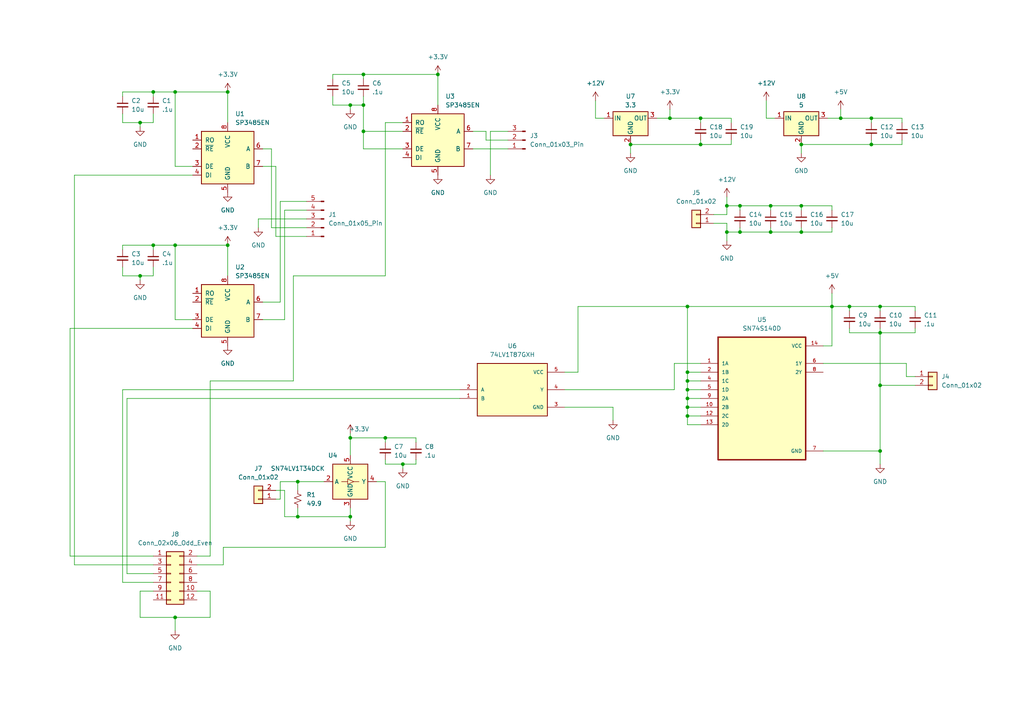
<source format=kicad_sch>
(kicad_sch (version 20230121) (generator eeschema)
  (paper "A4")
  (lib_symbols
    (symbol "74LV1T87GXH:74LV1T87GXH" (pin_names (offset 1.016))
      (property "Reference" "U" (at -10.16 8.382 0))
      (property "Value" "74LV1T87GXH" (at -10.16 -10.16 0))
      (symbol "74LV1T87GXH_0_0"
        (rectangle (start -10.16 -7.62) (end 10.16 7.62) (stroke (width 0.254)) (fill (type background)))
        (pin input line (at -15.24 -2.54 0) (length 5.08) (name "B") (number "1"))
        (pin input line (at -15.24 0 0) (length 5.08) (name "A") (number "2"))
        (pin power_in line (at 15.24 -5.08 180) (length 5.08) (name "GND") (number "3"))
        (pin output line (at 15.24 0 180) (length 5.08) (name "Y") (number "4"))
        (pin power_in line (at 15.24 5.08 180) (length 5.08) (name "VCC") (number "5"))
      )
    )
    (symbol "Connector:Conn_01x03_Pin" (pin_names (offset 1.016) hide)
      (property "Reference" "J" (at 0 5.08 0))
      (property "Value" "Conn_01x03_Pin" (at 0 -5.08 0))
      (symbol "Conn_01x03_Pin_1_1"
        (polyline (pts (xy 1.27 -2.54) (xy 0.8636 -2.54)) (stroke (width 0.1524)))
        (polyline (pts (xy 1.27 0) (xy 0.8636 0)) (stroke (width 0.1524)))
        (polyline (pts (xy 1.27 2.54) (xy 0.8636 2.54)) (stroke (width 0.1524)))
        (rectangle (start 0.8636 -2.413) (end 0 -2.667) (stroke (width 0.1524)) (fill (type outline)))
        (rectangle (start 0.8636 0.127) (end 0 -0.127) (stroke (width 0.1524)) (fill (type outline)))
        (rectangle (start 0.8636 2.667) (end 0 2.413) (stroke (width 0.1524)) (fill (type outline)))
        (pin passive line (at 5.08 2.54 180) (length 3.81) (name "Pin_1") (number "1"))
        (pin passive line (at 5.08 0 180) (length 3.81) (name "Pin_2") (number "2"))
        (pin passive line (at 5.08 -2.54 180) (length 3.81) (name "Pin_3") (number "3"))
      )
    )
    (symbol "Connector:Conn_01x05_Pin" (pin_names (offset 1.016) hide)
      (property "Reference" "J" (at 0 7.62 0))
      (property "Value" "Conn_01x05_Pin" (at 0 -7.62 0))
      (symbol "Conn_01x05_Pin_1_1"
        (polyline (pts (xy 1.27 -5.08) (xy 0.8636 -5.08)) (stroke (width 0.1524)))
        (polyline (pts (xy 1.27 -2.54) (xy 0.8636 -2.54)) (stroke (width 0.1524)))
        (polyline (pts (xy 1.27 0) (xy 0.8636 0)) (stroke (width 0.1524)))
        (polyline (pts (xy 1.27 2.54) (xy 0.8636 2.54)) (stroke (width 0.1524)))
        (polyline (pts (xy 1.27 5.08) (xy 0.8636 5.08)) (stroke (width 0.1524)))
        (rectangle (start 0.8636 -4.953) (end 0 -5.207) (stroke (width 0.1524)) (fill (type outline)))
        (rectangle (start 0.8636 -2.413) (end 0 -2.667) (stroke (width 0.1524)) (fill (type outline)))
        (rectangle (start 0.8636 0.127) (end 0 -0.127) (stroke (width 0.1524)) (fill (type outline)))
        (rectangle (start 0.8636 2.667) (end 0 2.413) (stroke (width 0.1524)) (fill (type outline)))
        (rectangle (start 0.8636 5.207) (end 0 4.953) (stroke (width 0.1524)) (fill (type outline)))
        (pin passive line (at 5.08 5.08 180) (length 3.81) (name "Pin_1") (number "1"))
        (pin passive line (at 5.08 2.54 180) (length 3.81) (name "Pin_2") (number "2"))
        (pin passive line (at 5.08 0 180) (length 3.81) (name "Pin_3") (number "3"))
        (pin passive line (at 5.08 -2.54 180) (length 3.81) (name "Pin_4") (number "4"))
        (pin passive line (at 5.08 -5.08 180) (length 3.81) (name "Pin_5") (number "5"))
      )
    )
    (symbol "Connector_Generic:Conn_01x02" (pin_names (offset 1.016) hide)
      (property "Reference" "J" (at 0 2.54 0))
      (property "Value" "Conn_01x02" (at 0 -5.08 0))
      (symbol "Conn_01x02_1_1"
        (rectangle (start -1.27 -2.413) (end 0 -2.667) (stroke (width 0.1524)))
        (rectangle (start -1.27 0.127) (end 0 -0.127) (stroke (width 0.1524)))
        (rectangle (start -1.27 1.27) (end 1.27 -3.81) (stroke (width 0.254)) (fill (type background)))
        (pin passive line (at -5.08 0 0) (length 3.81) (name "Pin_1") (number "1"))
        (pin passive line (at -5.08 -2.54 0) (length 3.81) (name "Pin_2") (number "2"))
      )
    )
    (symbol "Connector_Generic:Conn_02x06_Odd_Even" (pin_names (offset 1.016) hide)
      (property "Reference" "J" (at 1.27 7.62 0))
      (property "Value" "Conn_02x06_Odd_Even" (at 1.27 -10.16 0))
      (symbol "Conn_02x06_Odd_Even_1_1"
        (rectangle (start -1.27 -7.493) (end 0 -7.747) (stroke (width 0.1524)))
        (rectangle (start -1.27 -4.953) (end 0 -5.207) (stroke (width 0.1524)))
        (rectangle (start -1.27 -2.413) (end 0 -2.667) (stroke (width 0.1524)))
        (rectangle (start -1.27 0.127) (end 0 -0.127) (stroke (width 0.1524)))
        (rectangle (start -1.27 2.667) (end 0 2.413) (stroke (width 0.1524)))
        (rectangle (start -1.27 5.207) (end 0 4.953) (stroke (width 0.1524)))
        (rectangle (start -1.27 6.35) (end 3.81 -8.89) (stroke (width 0.254)) (fill (type background)))
        (rectangle (start 3.81 -7.493) (end 2.54 -7.747) (stroke (width 0.1524)))
        (rectangle (start 3.81 -4.953) (end 2.54 -5.207) (stroke (width 0.1524)))
        (rectangle (start 3.81 -2.413) (end 2.54 -2.667) (stroke (width 0.1524)))
        (rectangle (start 3.81 0.127) (end 2.54 -0.127) (stroke (width 0.1524)))
        (rectangle (start 3.81 2.667) (end 2.54 2.413) (stroke (width 0.1524)))
        (rectangle (start 3.81 5.207) (end 2.54 4.953) (stroke (width 0.1524)))
        (pin passive line (at -5.08 5.08 0) (length 3.81) (name "Pin_1") (number "1"))
        (pin passive line (at 7.62 -5.08 180) (length 3.81) (name "Pin_10") (number "10"))
        (pin passive line (at -5.08 -7.62 0) (length 3.81) (name "Pin_11") (number "11"))
        (pin passive line (at 7.62 -7.62 180) (length 3.81) (name "Pin_12") (number "12"))
        (pin passive line (at 7.62 5.08 180) (length 3.81) (name "Pin_2") (number "2"))
        (pin passive line (at -5.08 2.54 0) (length 3.81) (name "Pin_3") (number "3"))
        (pin passive line (at 7.62 2.54 180) (length 3.81) (name "Pin_4") (number "4"))
        (pin passive line (at -5.08 0 0) (length 3.81) (name "Pin_5") (number "5"))
        (pin passive line (at 7.62 0 180) (length 3.81) (name "Pin_6") (number "6"))
        (pin passive line (at -5.08 -2.54 0) (length 3.81) (name "Pin_7") (number "7"))
        (pin passive line (at 7.62 -2.54 180) (length 3.81) (name "Pin_8") (number "8"))
        (pin passive line (at -5.08 -5.08 0) (length 3.81) (name "Pin_9") (number "9"))
      )
    )
    (symbol "Device:C_Small" (pin_numbers hide) (pin_names (offset 0.254) hide)
      (property "Reference" "C" (at 0.254 1.778 0))
      (property "Value" "C_Small" (at 0.254 -2.032 0))
      (symbol "C_Small_0_1"
        (polyline (pts (xy -1.524 -0.508) (xy 1.524 -0.508)) (stroke (width 0.3302)))
        (polyline (pts (xy -1.524 0.508) (xy 1.524 0.508)) (stroke (width 0.3048)))
      )
      (symbol "C_Small_1_1"
        (pin passive line (at 0 2.54 270) (length 2.032) (name "~") (number "1"))
        (pin passive line (at 0 -2.54 90) (length 2.032) (name "~") (number "2"))
      )
    )
    (symbol "Device:R_Small_US" (pin_numbers hide) (pin_names (offset 0.254) hide)
      (property "Reference" "R" (at 0.762 0.508 0))
      (property "Value" "R_Small_US" (at 0.762 -1.016 0))
      (symbol "R_Small_US_1_1"
        (polyline (pts (xy 0 0) (xy 1.016 -0.381) (xy 0 -0.762) (xy -1.016 -1.143) (xy 0 -1.524)))
        (polyline (pts (xy 0 1.524) (xy 1.016 1.143) (xy 0 0.762) (xy -1.016 0.381) (xy 0 0)))
        (pin passive line (at 0 2.54 270) (length 1.016) (name "~") (number "1"))
        (pin passive line (at 0 -2.54 90) (length 1.016) (name "~") (number "2"))
      )
    )
    (symbol "Interface_UART:SP3485EN" (pin_names (offset 1.016))
      (property "Reference" "U" (at -7.62 8.89 0))
      (property "Value" "SP3485EN" (at 2.54 8.89 0))
      (symbol "SP3485EN_0_1"
        (rectangle (start -7.62 7.62) (end 7.62 -7.62) (stroke (width 0.254)) (fill (type background)))
      )
      (symbol "SP3485EN_1_1"
        (pin output line (at -10.16 5.08 0) (length 2.54) (name "RO") (number "1"))
        (pin input line (at -10.16 2.54 0) (length 2.54) (name "~{RE}") (number "2"))
        (pin input line (at -10.16 -2.54 0) (length 2.54) (name "DE") (number "3"))
        (pin input line (at -10.16 -5.08 0) (length 2.54) (name "DI") (number "4"))
        (pin power_in line (at 0 -10.16 90) (length 2.54) (name "GND") (number "5"))
        (pin bidirectional line (at 10.16 2.54 180) (length 2.54) (name "A") (number "6"))
        (pin bidirectional line (at 10.16 -2.54 180) (length 2.54) (name "B") (number "7"))
        (pin power_in line (at 0 10.16 270) (length 2.54) (name "VCC") (number "8"))
      )
    )
    (symbol "Logic_LevelTranslator:SN74LV1T34DCK"
      (property "Reference" "U" (at 5.08 6.35 0))
      (property "Value" "SN74LV1T34DCK" (at 5.08 3.81 0))
      (symbol "SN74LV1T34DCK_0_1"
        (rectangle (start -5.08 5.08) (end 5.08 -5.08) (stroke (width 0.254)) (fill (type background)))
        (polyline (pts (xy -0.762 0) (xy -2.54 0)))
        (polyline (pts (xy 1.016 0) (xy 2.54 0)))
      )
      (symbol "SN74LV1T34DCK_1_1"
        (polyline (pts (xy -0.762 -0.762) (xy -0.762 0.762) (xy 1.016 0) (xy -0.762 -0.762)))
        (pin no_connect line (at -5.08 2.54 0) (length 2.54) hide (name "NC") (number "1"))
        (pin input line (at -7.62 0 0) (length 2.54) (name "A") (number "2"))
        (pin power_in line (at 0 -7.62 90) (length 2.54) (name "GND") (number "3"))
        (pin output line (at 7.62 0 180) (length 2.54) (name "Y") (number "4"))
        (pin power_in line (at 0 7.62 270) (length 2.54) (name "VCC") (number "5"))
      )
    )
    (symbol "Regulator_Linear:L7805" (pin_names (offset 0.254))
      (property "Reference" "U" (at -3.81 3.175 0))
      (property "Value" "L7805" (at 0 3.175 0))
      (symbol "L7805_0_1"
        (rectangle (start -5.08 1.905) (end 5.08 -5.08) (stroke (width 0.254)) (fill (type background)))
      )
      (symbol "L7805_1_1"
        (pin power_in line (at -7.62 0 0) (length 2.54) (name "IN") (number "1"))
        (pin power_in line (at 0 -7.62 90) (length 2.54) (name "GND") (number "2"))
        (pin power_out line (at 7.62 0 180) (length 2.54) (name "OUT") (number "3"))
      )
    )
    (symbol "SN74S140D:SN74S140D" (pin_names (offset 1.016))
      (property "Reference" "U" (at -12.7 18.78 0))
      (property "Value" "SN74S140D" (at -12.7 -21.78 0))
      (symbol "SN74S140D_0_0"
        (rectangle (start -12.7 -17.78) (end 12.7 17.78) (stroke (width 0.41)) (fill (type background)))
        (pin input line (at -17.78 10.16 0) (length 5.08) (name "1A") (number "1"))
        (pin input line (at -17.78 -2.54 0) (length 5.08) (name "2B") (number "10"))
        (pin input line (at -17.78 -5.08 0) (length 5.08) (name "2C") (number "12"))
        (pin input line (at -17.78 -7.62 0) (length 5.08) (name "2D") (number "13"))
        (pin power_in line (at 17.78 15.24 180) (length 5.08) (name "VCC") (number "14"))
        (pin input line (at -17.78 7.62 0) (length 5.08) (name "1B") (number "2"))
        (pin input line (at -17.78 5.08 0) (length 5.08) (name "1C") (number "4"))
        (pin input line (at -17.78 2.54 0) (length 5.08) (name "1D") (number "5"))
        (pin output line (at 17.78 10.16 180) (length 5.08) (name "1Y") (number "6"))
        (pin power_in line (at 17.78 -15.24 180) (length 5.08) (name "GND") (number "7"))
        (pin output line (at 17.78 7.62 180) (length 5.08) (name "2Y") (number "8"))
        (pin input line (at -17.78 0 0) (length 5.08) (name "2A") (number "9"))
      )
    )
    (symbol "power:+12V" (power) (pin_names (offset 0))
      (property "Value" "+12V" (at 0 3.556 0))
      (symbol "+12V_0_1"
        (polyline (pts (xy -0.762 1.27) (xy 0 2.54)))
        (polyline (pts (xy 0 0) (xy 0 2.54)))
        (polyline (pts (xy 0 2.54) (xy 0.762 1.27)))
      )
      (symbol "+12V_1_1"
        (pin power_in line (at 0 0 90) (length 0) hide (name "+12V") (number "1"))
      )
    )
    (symbol "power:+3.3V" (power) (pin_names (offset 0))
      (property "Value" "+3.3V" (at 0 3.556 0))
      (symbol "+3.3V_0_1"
        (polyline (pts (xy -0.762 1.27) (xy 0 2.54)))
        (polyline (pts (xy 0 0) (xy 0 2.54)))
        (polyline (pts (xy 0 2.54) (xy 0.762 1.27)))
      )
      (symbol "+3.3V_1_1"
        (pin power_in line (at 0 0 90) (length 0) hide (name "+3.3V") (number "1"))
      )
    )
    (symbol "power:+5V" (power) (pin_names (offset 0))
      (property "Value" "+5V" (at 0 3.556 0))
      (symbol "+5V_0_1"
        (polyline (pts (xy -0.762 1.27) (xy 0 2.54)))
        (polyline (pts (xy 0 0) (xy 0 2.54)))
        (polyline (pts (xy 0 2.54) (xy 0.762 1.27)))
      )
      (symbol "+5V_1_1"
        (pin power_in line (at 0 0 90) (length 0) hide (name "+5V") (number "1"))
      )
    )
    (symbol "power:GND" (power) (pin_names (offset 0))
      (property "Value" "GND" (at 0 -3.81 0))
      (symbol "GND_0_1"
        (polyline (pts (xy 0 0) (xy 0 -1.27) (xy 1.27 -1.27) (xy 0 -2.54) (xy -1.27 -1.27) (xy 0 -1.27)))
      )
      (symbol "GND_1_1"
        (pin power_in line (at 0 0 270) (length 0) hide (name "GND") (number "1"))
      )
    )
  )
  (junction (at 203.2 34.29))
  (junction (at 223.52 67.31))
  (junction (at 232.41 41.91))
  (junction (at 44.45 71.12))
  (junction (at 101.6 127))
  (junction (at 66.04 26.67))
  (junction (at 194.31 34.29))
  (junction (at 199.39 88.9))
  (junction (at 199.39 107.95))
  (junction (at 182.88 41.91))
  (junction (at 50.8 71.12))
  (junction (at 210.82 67.31))
  (junction (at 203.2 41.91))
  (junction (at 111.76 127))
  (junction (at 252.73 41.91))
  (junction (at 214.63 59.69))
  (junction (at 127 21.59))
  (junction (at 210.82 59.69))
  (junction (at 255.27 130.81))
  (junction (at 252.73 34.29))
  (junction (at 116.84 134.62))
  (junction (at 105.41 21.59))
  (junction (at 232.41 67.31))
  (junction (at 214.63 67.31))
  (junction (at 86.36 149.86))
  (junction (at 199.39 113.03))
  (junction (at 255.27 111.76))
  (junction (at 101.6 149.86))
  (junction (at 105.41 30.48))
  (junction (at 40.64 80.01))
  (junction (at 44.45 26.67))
  (junction (at 40.64 35.56))
  (junction (at 199.39 120.65))
  (junction (at 255.27 88.9))
  (junction (at 101.6 30.48))
  (junction (at 223.52 59.69))
  (junction (at 246.38 88.9))
  (junction (at 199.39 110.49))
  (junction (at 199.39 115.57))
  (junction (at 255.27 96.52))
  (junction (at 199.39 118.11))
  (junction (at 86.36 139.7))
  (junction (at 241.3 88.9))
  (junction (at 105.41 38.1))
  (junction (at 66.04 71.12))
  (junction (at 50.8 179.07))
  (junction (at 243.84 34.29))
  (junction (at 232.41 59.69))
  (junction (at 50.8 26.67))
  (wire (pts (xy 50.8 92.71) (xy 50.8 71.12)))
  (wire (pts (xy 195.58 105.41) (xy 203.2 105.41)))
  (wire (pts (xy 101.6 149.86) (xy 101.6 151.13)))
  (wire (pts (xy 255.27 95.25) (xy 255.27 96.52)))
  (wire (pts (xy 60.96 179.07) (xy 50.8 179.07)))
  (wire (pts (xy 76.2 87.63) (xy 81.28 87.63)))
  (wire (pts (xy 241.3 88.9) (xy 246.38 88.9)))
  (wire (pts (xy 261.62 35.56) (xy 261.62 34.29)))
  (wire (pts (xy 214.63 59.69) (xy 214.63 60.96)))
  (wire (pts (xy 116.84 43.18) (xy 105.41 43.18)))
  (wire (pts (xy 40.64 179.07) (xy 50.8 179.07)))
  (wire (pts (xy 199.39 120.65) (xy 199.39 118.11)))
  (wire (pts (xy 203.2 123.19) (xy 199.39 123.19)))
  (wire (pts (xy 96.52 22.86) (xy 96.52 21.59)))
  (wire (pts (xy 199.39 107.95) (xy 199.39 88.9)))
  (wire (pts (xy 210.82 62.23) (xy 210.82 59.69)))
  (wire (pts (xy 199.39 107.95) (xy 203.2 107.95)))
  (wire (pts (xy 86.36 149.86) (xy 101.6 149.86)))
  (wire (pts (xy 78.74 43.18) (xy 78.74 66.04)))
  (wire (pts (xy 133.35 113.03) (xy 35.56 113.03)))
  (wire (pts (xy 116.84 134.62) (xy 116.84 135.89)))
  (wire (pts (xy 80.01 48.26) (xy 80.01 68.58)))
  (wire (pts (xy 76.2 48.26) (xy 80.01 48.26)))
  (wire (pts (xy 111.76 133.35) (xy 111.76 134.62)))
  (wire (pts (xy 44.45 166.37) (xy 36.83 166.37)))
  (wire (pts (xy 210.82 67.31) (xy 214.63 67.31)))
  (wire (pts (xy 88.9 63.5) (xy 74.93 63.5)))
  (wire (pts (xy 81.28 144.78) (xy 81.28 139.7)))
  (wire (pts (xy 21.59 50.8) (xy 21.59 163.83)))
  (wire (pts (xy 163.83 107.95) (xy 167.64 107.95)))
  (wire (pts (xy 40.64 35.56) (xy 40.64 36.83)))
  (wire (pts (xy 35.56 35.56) (xy 35.56 33.02)))
  (wire (pts (xy 44.45 77.47) (xy 44.45 80.01)))
  (wire (pts (xy 199.39 118.11) (xy 199.39 115.57)))
  (wire (pts (xy 172.72 29.21) (xy 172.72 34.29)))
  (wire (pts (xy 252.73 34.29) (xy 261.62 34.29)))
  (wire (pts (xy 44.45 72.39) (xy 44.45 71.12)))
  (wire (pts (xy 96.52 30.48) (xy 96.52 27.94)))
  (wire (pts (xy 35.56 27.94) (xy 35.56 26.67)))
  (wire (pts (xy 241.3 60.96) (xy 241.3 59.69)))
  (wire (pts (xy 142.24 38.1) (xy 147.32 38.1)))
  (wire (pts (xy 20.32 95.25) (xy 20.32 161.29)))
  (wire (pts (xy 212.09 40.64) (xy 212.09 41.91)))
  (wire (pts (xy 199.39 113.03) (xy 199.39 110.49)))
  (wire (pts (xy 203.2 115.57) (xy 199.39 115.57)))
  (wire (pts (xy 105.41 27.94) (xy 105.41 30.48)))
  (wire (pts (xy 86.36 147.32) (xy 86.36 149.86)))
  (wire (pts (xy 243.84 34.29) (xy 243.84 31.75)))
  (wire (pts (xy 44.45 27.94) (xy 44.45 26.67)))
  (wire (pts (xy 82.55 142.24) (xy 82.55 149.86)))
  (wire (pts (xy 44.45 26.67) (xy 50.8 26.67)))
  (wire (pts (xy 101.6 30.48) (xy 101.6 31.75)))
  (wire (pts (xy 76.2 43.18) (xy 78.74 43.18)))
  (wire (pts (xy 101.6 127) (xy 101.6 132.08)))
  (wire (pts (xy 57.15 171.45) (xy 60.96 171.45)))
  (wire (pts (xy 137.16 43.18) (xy 147.32 43.18)))
  (wire (pts (xy 85.09 110.49) (xy 60.96 110.49)))
  (wire (pts (xy 111.76 127) (xy 111.76 128.27)))
  (wire (pts (xy 199.39 115.57) (xy 199.39 113.03)))
  (wire (pts (xy 240.03 34.29) (xy 243.84 34.29)))
  (wire (pts (xy 66.04 71.12) (xy 66.04 80.01)))
  (wire (pts (xy 109.22 139.7) (xy 111.76 139.7)))
  (wire (pts (xy 194.31 34.29) (xy 203.2 34.29)))
  (wire (pts (xy 182.88 41.91) (xy 203.2 41.91)))
  (wire (pts (xy 40.64 80.01) (xy 40.64 81.28)))
  (wire (pts (xy 44.45 80.01) (xy 40.64 80.01)))
  (wire (pts (xy 199.39 88.9) (xy 241.3 88.9)))
  (wire (pts (xy 177.8 118.11) (xy 163.83 118.11)))
  (wire (pts (xy 255.27 96.52) (xy 265.43 96.52)))
  (wire (pts (xy 223.52 59.69) (xy 223.52 60.96)))
  (wire (pts (xy 35.56 72.39) (xy 35.56 71.12)))
  (wire (pts (xy 111.76 134.62) (xy 116.84 134.62)))
  (wire (pts (xy 74.93 63.5) (xy 74.93 66.04)))
  (wire (pts (xy 80.01 142.24) (xy 82.55 142.24)))
  (wire (pts (xy 232.41 41.91) (xy 252.73 41.91)))
  (wire (pts (xy 101.6 125.73) (xy 101.6 127)))
  (wire (pts (xy 140.97 38.1) (xy 137.16 38.1)))
  (wire (pts (xy 265.43 88.9) (xy 265.43 90.17)))
  (wire (pts (xy 85.09 80.01) (xy 111.76 80.01)))
  (wire (pts (xy 55.88 50.8) (xy 21.59 50.8)))
  (wire (pts (xy 101.6 147.32) (xy 101.6 149.86)))
  (wire (pts (xy 212.09 35.56) (xy 212.09 34.29)))
  (wire (pts (xy 111.76 35.56) (xy 111.76 80.01)))
  (wire (pts (xy 214.63 67.31) (xy 223.52 67.31)))
  (wire (pts (xy 81.28 139.7) (xy 86.36 139.7)))
  (wire (pts (xy 96.52 21.59) (xy 105.41 21.59)))
  (wire (pts (xy 261.62 40.64) (xy 261.62 41.91)))
  (wire (pts (xy 40.64 35.56) (xy 35.56 35.56)))
  (wire (pts (xy 120.65 127) (xy 120.65 128.27)))
  (wire (pts (xy 199.39 110.49) (xy 199.39 107.95)))
  (wire (pts (xy 246.38 88.9) (xy 246.38 90.17)))
  (wire (pts (xy 50.8 48.26) (xy 50.8 26.67)))
  (wire (pts (xy 40.64 171.45) (xy 40.64 179.07)))
  (wire (pts (xy 64.77 163.83) (xy 64.77 158.75)))
  (wire (pts (xy 105.41 38.1) (xy 105.41 30.48)))
  (wire (pts (xy 241.3 66.04) (xy 241.3 67.31)))
  (wire (pts (xy 190.5 34.29) (xy 194.31 34.29)))
  (wire (pts (xy 86.36 139.7) (xy 93.98 139.7)))
  (wire (pts (xy 50.8 26.67) (xy 66.04 26.67)))
  (wire (pts (xy 203.2 120.65) (xy 199.39 120.65)))
  (wire (pts (xy 255.27 111.76) (xy 255.27 130.81)))
  (wire (pts (xy 163.83 113.03) (xy 195.58 113.03)))
  (wire (pts (xy 223.52 67.31) (xy 232.41 67.31)))
  (wire (pts (xy 262.89 109.22) (xy 265.43 109.22)))
  (wire (pts (xy 127 21.59) (xy 127 30.48)))
  (wire (pts (xy 210.82 67.31) (xy 210.82 69.85)))
  (wire (pts (xy 80.01 68.58) (xy 88.9 68.58)))
  (wire (pts (xy 182.88 41.91) (xy 182.88 44.45)))
  (wire (pts (xy 238.76 130.81) (xy 255.27 130.81)))
  (wire (pts (xy 36.83 115.57) (xy 36.83 166.37)))
  (wire (pts (xy 50.8 71.12) (xy 66.04 71.12)))
  (wire (pts (xy 35.56 71.12) (xy 44.45 71.12)))
  (wire (pts (xy 222.25 34.29) (xy 224.79 34.29)))
  (wire (pts (xy 255.27 130.81) (xy 255.27 134.62)))
  (wire (pts (xy 85.09 80.01) (xy 85.09 110.49)))
  (wire (pts (xy 44.45 35.56) (xy 40.64 35.56)))
  (wire (pts (xy 241.3 88.9) (xy 241.3 85.09)))
  (wire (pts (xy 82.55 149.86) (xy 86.36 149.86)))
  (wire (pts (xy 246.38 88.9) (xy 255.27 88.9)))
  (wire (pts (xy 255.27 111.76) (xy 265.43 111.76)))
  (wire (pts (xy 232.41 59.69) (xy 232.41 60.96)))
  (wire (pts (xy 116.84 35.56) (xy 111.76 35.56)))
  (wire (pts (xy 142.24 50.8) (xy 142.24 38.1)))
  (wire (pts (xy 64.77 158.75) (xy 111.76 158.75)))
  (wire (pts (xy 214.63 59.69) (xy 223.52 59.69)))
  (wire (pts (xy 223.52 59.69) (xy 232.41 59.69)))
  (wire (pts (xy 194.31 31.75) (xy 194.31 34.29)))
  (wire (pts (xy 101.6 30.48) (xy 96.52 30.48)))
  (wire (pts (xy 265.43 96.52) (xy 265.43 95.25)))
  (wire (pts (xy 44.45 168.91) (xy 35.56 168.91)))
  (wire (pts (xy 55.88 95.25) (xy 20.32 95.25)))
  (wire (pts (xy 232.41 41.91) (xy 232.41 44.45)))
  (wire (pts (xy 243.84 34.29) (xy 252.73 34.29)))
  (wire (pts (xy 140.97 40.64) (xy 147.32 40.64)))
  (wire (pts (xy 232.41 66.04) (xy 232.41 67.31)))
  (wire (pts (xy 111.76 127) (xy 120.65 127)))
  (wire (pts (xy 214.63 66.04) (xy 214.63 67.31)))
  (wire (pts (xy 76.2 92.71) (xy 82.55 92.71)))
  (wire (pts (xy 44.45 71.12) (xy 50.8 71.12)))
  (wire (pts (xy 36.83 115.57) (xy 133.35 115.57)))
  (wire (pts (xy 120.65 133.35) (xy 120.65 134.62)))
  (wire (pts (xy 40.64 80.01) (xy 35.56 80.01)))
  (wire (pts (xy 50.8 179.07) (xy 50.8 182.88)))
  (wire (pts (xy 207.01 62.23) (xy 210.82 62.23)))
  (wire (pts (xy 203.2 34.29) (xy 212.09 34.29)))
  (wire (pts (xy 232.41 67.31) (xy 241.3 67.31)))
  (wire (pts (xy 246.38 95.25) (xy 246.38 96.52)))
  (wire (pts (xy 66.04 26.67) (xy 66.04 35.56)))
  (wire (pts (xy 167.64 88.9) (xy 199.39 88.9)))
  (wire (pts (xy 210.82 64.77) (xy 210.82 67.31)))
  (wire (pts (xy 105.41 43.18) (xy 105.41 38.1)))
  (wire (pts (xy 203.2 113.03) (xy 199.39 113.03)))
  (wire (pts (xy 255.27 88.9) (xy 255.27 90.17)))
  (wire (pts (xy 203.2 41.91) (xy 212.09 41.91)))
  (wire (pts (xy 55.88 92.71) (xy 50.8 92.71)))
  (wire (pts (xy 238.76 105.41) (xy 262.89 105.41)))
  (wire (pts (xy 105.41 38.1) (xy 116.84 38.1)))
  (wire (pts (xy 207.01 64.77) (xy 210.82 64.77)))
  (wire (pts (xy 252.73 34.29) (xy 252.73 35.56)))
  (wire (pts (xy 172.72 34.29) (xy 175.26 34.29)))
  (wire (pts (xy 177.8 118.11) (xy 177.8 121.92)))
  (wire (pts (xy 81.28 58.42) (xy 88.9 58.42)))
  (wire (pts (xy 255.27 96.52) (xy 255.27 111.76)))
  (wire (pts (xy 238.76 100.33) (xy 241.3 100.33)))
  (wire (pts (xy 210.82 59.69) (xy 214.63 59.69)))
  (wire (pts (xy 44.45 171.45) (xy 40.64 171.45)))
  (wire (pts (xy 55.88 48.26) (xy 50.8 48.26)))
  (wire (pts (xy 60.96 110.49) (xy 60.96 161.29)))
  (wire (pts (xy 82.55 60.96) (xy 88.9 60.96)))
  (wire (pts (xy 57.15 163.83) (xy 64.77 163.83)))
  (wire (pts (xy 60.96 171.45) (xy 60.96 179.07)))
  (wire (pts (xy 203.2 34.29) (xy 203.2 35.56)))
  (wire (pts (xy 116.84 134.62) (xy 120.65 134.62)))
  (wire (pts (xy 78.74 66.04) (xy 88.9 66.04)))
  (wire (pts (xy 262.89 105.41) (xy 262.89 109.22)))
  (wire (pts (xy 21.59 163.83) (xy 44.45 163.83)))
  (wire (pts (xy 105.41 30.48) (xy 101.6 30.48)))
  (wire (pts (xy 20.32 161.29) (xy 44.45 161.29)))
  (wire (pts (xy 223.52 66.04) (xy 223.52 67.31)))
  (wire (pts (xy 203.2 40.64) (xy 203.2 41.91)))
  (wire (pts (xy 246.38 96.52) (xy 255.27 96.52)))
  (wire (pts (xy 81.28 58.42) (xy 81.28 87.63)))
  (wire (pts (xy 199.39 123.19) (xy 199.39 120.65)))
  (wire (pts (xy 255.27 88.9) (xy 265.43 88.9)))
  (wire (pts (xy 60.96 161.29) (xy 57.15 161.29)))
  (wire (pts (xy 241.3 88.9) (xy 241.3 100.33)))
  (wire (pts (xy 252.73 40.64) (xy 252.73 41.91)))
  (wire (pts (xy 167.64 107.95) (xy 167.64 88.9)))
  (wire (pts (xy 44.45 33.02) (xy 44.45 35.56)))
  (wire (pts (xy 105.41 22.86) (xy 105.41 21.59)))
  (wire (pts (xy 111.76 139.7) (xy 111.76 158.75)))
  (wire (pts (xy 232.41 59.69) (xy 241.3 59.69)))
  (wire (pts (xy 140.97 38.1) (xy 140.97 40.64)))
  (wire (pts (xy 82.55 92.71) (xy 82.55 60.96)))
  (wire (pts (xy 101.6 127) (xy 111.76 127)))
  (wire (pts (xy 252.73 41.91) (xy 261.62 41.91)))
  (wire (pts (xy 203.2 110.49) (xy 199.39 110.49)))
  (wire (pts (xy 80.01 144.78) (xy 81.28 144.78)))
  (wire (pts (xy 105.41 21.59) (xy 127 21.59)))
  (wire (pts (xy 195.58 113.03) (xy 195.58 105.41)))
  (wire (pts (xy 210.82 59.69) (xy 210.82 57.15)))
  (wire (pts (xy 203.2 118.11) (xy 199.39 118.11)))
  (wire (pts (xy 35.56 80.01) (xy 35.56 77.47)))
  (wire (pts (xy 222.25 29.21) (xy 222.25 34.29)))
  (wire (pts (xy 35.56 26.67) (xy 44.45 26.67)))
  (wire (pts (xy 86.36 142.24) (xy 86.36 139.7)))
  (wire (pts (xy 35.56 113.03) (xy 35.56 168.91)))
  (symbol (lib_id "Device:C_Small") (at 261.62 38.1 0) (unit 1)
    (property "Reference" "C13" (at 264.16 36.8363 0) (effects (justify left)))
    (property "Value" "10u" (at 264.16 39.3763 0) (effects (justify left)))
    (property "Footprint" "Capacitor_SMD:C_0805_2012Metric_Pad1.18x1.45mm_HandSolder" (effects hide))
  )
  (symbol (lib_id "Connector_Generic:Conn_02x06_Odd_Even") (at 49.53 166.37 0) (unit 1)
    (property "Reference" "J8" (at 50.8 154.94 0))
    (property "Value" "Conn_02x06_Odd_Even" (at 50.8 157.48 0))
    (property "Footprint" "Connector_PinHeader_2.54mm:PinHeader_2x06_P2.54mm_Vertical" (effects hide))
  )
  (symbol (lib_id "power:GND") (at 182.88 44.45 0) (unit 1)
    (property "Reference" "#PWR019" (effects hide))
    (property "Value" "GND" (at 182.88 49.53 0))
  )
  (symbol (lib_id "Device:C_Small") (at 111.76 130.81 0) (unit 1)
    (property "Reference" "C7" (at 114.3 129.5463 0) (effects (justify left)))
    (property "Value" "10u" (at 114.3 132.0863 0) (effects (justify left)))
    (property "Footprint" "Capacitor_SMD:C_0805_2012Metric_Pad1.18x1.45mm_HandSolder" (effects hide))
  )
  (symbol (lib_id "power:+5V") (at 243.84 31.75 0) (unit 1)
    (property "Reference" "#PWR022" (effects hide))
    (property "Value" "+5V" (at 243.84 26.67 0))
  )
  (symbol (lib_id "Device:C_Small") (at 35.56 74.93 0) (unit 1)
    (property "Reference" "C3" (at 38.1 73.6663 0) (effects (justify left)))
    (property "Value" "10u" (at 38.1 76.2063 0) (effects (justify left)))
    (property "Footprint" "Capacitor_SMD:C_0805_2012Metric_Pad1.18x1.45mm_HandSolder" (effects hide))
  )
  (symbol (lib_id "Device:C_Small") (at 232.41 63.5 0) (unit 1)
    (property "Reference" "C16" (at 234.95 62.2363 0) (effects (justify left)))
    (property "Value" "10u" (at 234.95 64.7763 0) (effects (justify left)))
    (property "Footprint" "Capacitor_SMD:C_0805_2012Metric_Pad1.18x1.45mm_HandSolder" (effects hide))
  )
  (symbol (lib_id "power:GND") (at 101.6 31.75 0) (unit 1)
    (property "Reference" "#PWR09" (effects hide))
    (property "Value" "GND" (at 101.6 36.83 0))
  )
  (symbol (lib_id "Device:C_Small") (at 105.41 25.4 0) (unit 1)
    (property "Reference" "C6" (at 107.95 24.1363 0) (effects (justify left)))
    (property "Value" ".1u" (at 107.95 26.6763 0) (effects (justify left)))
    (property "Footprint" "Capacitor_SMD:C_0805_2012Metric_Pad1.18x1.45mm_HandSolder" (effects hide))
  )
  (symbol (lib_id "power:GND") (at 210.82 69.85 0) (unit 1)
    (property "Reference" "#PWR026" (effects hide))
    (property "Value" "GND" (at 210.82 74.93 0))
  )
  (symbol (lib_id "Device:C_Small") (at 44.45 30.48 0) (unit 1)
    (property "Reference" "C1" (at 46.99 29.2163 0) (effects (justify left)))
    (property "Value" ".1u" (at 46.99 31.7563 0) (effects (justify left)))
    (property "Footprint" "Capacitor_SMD:C_0805_2012Metric_Pad1.18x1.45mm_HandSolder" (effects hide))
  )
  (symbol (lib_id "power:GND") (at 142.24 50.8 0) (unit 1)
    (property "Reference" "#PWR012" (effects hide))
    (property "Value" "GND" (at 142.24 55.88 0))
  )
  (symbol (lib_id "Interface_UART:SP3485EN") (at 66.04 90.17 0) (unit 1)
    (property "Reference" "U2" (at 68.2341 77.47 0) (effects (justify left)))
    (property "Value" "SP3485EN" (at 68.2341 80.01 0) (effects (justify left)))
    (property "Footprint" "Package_SO:SOIC-8_3.9x4.9mm_P1.27mm" (effects hide))
    (property "Datasheet" "http://www.icbase.com/pdf/SPX/SPX00480106.pdf" (effects hide))
  )
  (symbol (lib_id "Device:C_Small") (at 255.27 92.71 0) (unit 1)
    (property "Reference" "C10" (at 257.81 91.4463 0) (effects (justify left)))
    (property "Value" "10u" (at 257.81 93.9863 0) (effects (justify left)))
    (property "Footprint" "Capacitor_SMD:C_0805_2012Metric_Pad1.18x1.45mm_HandSolder" (effects hide))
  )
  (symbol (lib_id "Connector:Conn_01x03_Pin") (at 152.4 40.64 180) (unit 1)
    (property "Reference" "J3" (at 153.67 39.37 0) (effects (justify right)))
    (property "Value" "Conn_01x03_Pin" (at 153.67 41.91 0) (effects (justify right)))
    (property "Footprint" "Connector_Molex:Molex_KK-254_AE-6410-03A_1x03_P2.54mm_Vertical" (effects hide))
  )
  (symbol (lib_id "Regulator_Linear:L7805") (at 232.41 34.29 0) (unit 1)
    (property "Reference" "U8" (at 232.41 27.94 0))
    (property "Value" "5" (at 232.41 30.48 0))
    (property "Footprint" "Package_TO_SOT_THT:TO-220F-3_Vertical" (effects hide))
    (property "Datasheet" "http://www.st.com/content/ccc/resource/technical/document/datasheet/41/4f/b3/b0/12/d4/47/88/CD00000444.pdf/files/CD00000444.pdf/jcr:content/translations/en.CD00000444.pdf" (effects hide))
  )
  (symbol (lib_id "power:GND") (at 66.04 100.33 0) (unit 1)
    (property "Reference" "#PWR06" (effects hide))
    (property "Value" "GND" (at 66.04 105.41 0))
  )
  (symbol (lib_id "power:+12V") (at 172.72 29.21 0) (unit 1)
    (property "Reference" "#PWR024" (effects hide))
    (property "Value" "+12V" (at 172.72 24.13 0))
  )
  (symbol (lib_id "Device:C_Small") (at 265.43 92.71 0) (unit 1)
    (property "Reference" "C11" (at 267.97 91.4463 0) (effects (justify left)))
    (property "Value" ".1u" (at 267.97 93.9863 0) (effects (justify left)))
    (property "Footprint" "Capacitor_SMD:C_0805_2012Metric_Pad1.18x1.45mm_HandSolder" (effects hide))
  )
  (symbol (lib_id "74LV1T87GXH:74LV1T87GXH") (at 148.59 113.03 0) (unit 1)
    (property "Reference" "U6" (at 148.59 100.33 0))
    (property "Value" "74LV1T87GXH" (at 148.59 102.87 0))
    (property "Footprint" "Package_SO:TSOP-5_1.65x3.05mm_P0.95mm" (effects hide))
    (property "MF" "Nexperia" (effects hide))
    (property "MAXIMUM_PACKAGE_HEIGHT" "0.35mm" (effects hide))
    (property "Package" "X2SON5-5 Nexperia USA Inc." (effects hide))
    (property "Check_prices" "https://www.snapeda.com/parts/74LV1T87GXH/Nexperia/view-part/?ref=eda" (effects hide))
    (property "STANDARD" "Manufacturer Recommendations" (effects hide))
    (property "PARTREV" "4" (effects hide))
    (property "SnapEDA_Link" "https://www.snapeda.com/parts/74LV1T87GXH/Nexperia/view-part/?ref=snap" (effects hide))
    (property "MP" "74LV1T87GXH" (effects hide))
    (property "Purchase-URL" "https://www.snapeda.com/api/url_track_click_mouser/?unipart_id=5060727&manufacturer=Nexperia&part_name=74LV1T87GXH&search_term=None" (effects hide))
    (property "Description" "\nXNOR Gate 1-Element 2-IN CMOS Automotive 5-Pin X2SON EP T/R\n" (effects hide))
    (property "MANUFACTURER" "Nexperia" (effects hide))
    (property "SNAPEDA_PN" "74LV1T87GXH" (effects hide))
  )
  (symbol (lib_id "power:GND") (at 232.41 44.45 0) (unit 1)
    (property "Reference" "#PWR020" (effects hide))
    (property "Value" "GND" (at 232.41 49.53 0))
  )
  (symbol (lib_id "power:GND") (at 116.84 135.89 0) (unit 1)
    (property "Reference" "#PWR015" (effects hide))
    (property "Value" "GND" (at 116.84 140.97 0))
  )
  (symbol (lib_id "Device:C_Small") (at 35.56 30.48 0) (unit 1)
    (property "Reference" "C2" (at 38.1 29.2163 0) (effects (justify left)))
    (property "Value" "10u" (at 38.1 31.7563 0) (effects (justify left)))
    (property "Footprint" "Capacitor_SMD:C_0805_2012Metric_Pad1.18x1.45mm_HandSolder" (effects hide))
  )
  (symbol (lib_id "power:+3.3V") (at 101.6 125.73 0) (unit 1)
    (property "Reference" "#PWR014" (effects hide))
    (property "Value" "+3.3V" (at 104.14 124.46 0))
  )
  (symbol (lib_id "power:+3.3V") (at 127 21.59 0) (unit 1)
    (property "Reference" "#PWR010" (effects hide))
    (property "Value" "+3.3V" (at 127 16.51 0))
  )
  (symbol (lib_id "Regulator_Linear:L7805") (at 182.88 34.29 0) (unit 1)
    (property "Reference" "U7" (at 182.88 27.94 0))
    (property "Value" "3.3" (at 182.88 30.48 0))
    (property "Footprint" "Package_TO_SOT_THT:TO-220F-3_Vertical" (effects hide))
    (property "Datasheet" "http://www.st.com/content/ccc/resource/technical/document/datasheet/41/4f/b3/b0/12/d4/47/88/CD00000444.pdf/files/CD00000444.pdf/jcr:content/translations/en.CD00000444.pdf" (effects hide))
  )
  (symbol (lib_id "power:+12V") (at 210.82 57.15 0) (unit 1)
    (property "Reference" "#PWR023" (effects hide))
    (property "Value" "+12V" (at 210.82 52.07 0))
  )
  (symbol (lib_id "power:GND") (at 40.64 36.83 0) (unit 1)
    (property "Reference" "#PWR03" (effects hide))
    (property "Value" "GND" (at 40.64 41.91 0))
  )
  (symbol (lib_id "power:GND") (at 101.6 151.13 0) (unit 1)
    (property "Reference" "#PWR013" (effects hide))
    (property "Value" "GND" (at 101.6 156.21 0))
  )
  (symbol (lib_id "power:+12V") (at 222.25 29.21 0) (unit 1)
    (property "Reference" "#PWR025" (effects hide))
    (property "Value" "+12V" (at 222.25 24.13 0))
  )
  (symbol (lib_id "Device:C_Small") (at 96.52 25.4 0) (unit 1)
    (property "Reference" "C5" (at 99.06 24.1363 0) (effects (justify left)))
    (property "Value" "10u" (at 99.06 26.6763 0) (effects (justify left)))
    (property "Footprint" "Capacitor_SMD:C_0805_2012Metric_Pad1.18x1.45mm_HandSolder" (effects hide))
  )
  (symbol (lib_id "Device:C_Small") (at 246.38 92.71 0) (unit 1)
    (property "Reference" "C9" (at 248.92 91.4463 0) (effects (justify left)))
    (property "Value" "10u" (at 248.92 93.9863 0) (effects (justify left)))
    (property "Footprint" "Capacitor_SMD:C_0805_2012Metric_Pad1.18x1.45mm_HandSolder" (effects hide))
  )
  (symbol (lib_id "Interface_UART:SP3485EN") (at 127 40.64 0) (unit 1)
    (property "Reference" "U3" (at 129.1941 27.94 0) (effects (justify left)))
    (property "Value" "SP3485EN" (at 129.1941 30.48 0) (effects (justify left)))
    (property "Footprint" "Package_SO:SOIC-8_3.9x4.9mm_P1.27mm" (effects hide))
    (property "Datasheet" "http://www.icbase.com/pdf/SPX/SPX00480106.pdf" (effects hide))
  )
  (symbol (lib_id "Device:C_Small") (at 241.3 63.5 0) (unit 1)
    (property "Reference" "C17" (at 243.84 62.2363 0) (effects (justify left)))
    (property "Value" "10u" (at 243.84 64.7763 0) (effects (justify left)))
    (property "Footprint" "Capacitor_SMD:C_0805_2012Metric_Pad1.18x1.45mm_HandSolder" (effects hide))
  )
  (symbol (lib_id "Device:R_Small_US") (at 86.36 144.78 0) (unit 1)
    (property "Reference" "R1" (at 88.9 143.51 0) (effects (justify left)))
    (property "Value" "49.9" (at 88.9 146.05 0) (effects (justify left)))
    (property "Footprint" "Resistor_SMD:R_0805_2012Metric_Pad1.20x1.40mm_HandSolder" (effects hide))
  )
  (symbol (lib_id "power:+3.3V") (at 66.04 71.12 0) (unit 1)
    (property "Reference" "#PWR05" (effects hide))
    (property "Value" "+3.3V" (at 66.04 66.04 0))
  )
  (symbol (lib_id "Connector_Generic:Conn_01x02") (at 201.93 64.77 180) (unit 1)
    (property "Reference" "J5" (at 201.93 55.88 0))
    (property "Value" "Conn_01x02" (at 201.93 58.42 0))
    (property "Footprint" "Connector_Molex:Molex_KK-254_AE-6410-02A_1x02_P2.54mm_Vertical" (effects hide))
  )
  (symbol (lib_id "Device:C_Small") (at 120.65 130.81 0) (unit 1)
    (property "Reference" "C8" (at 123.19 129.5463 0) (effects (justify left)))
    (property "Value" ".1u" (at 123.19 132.0863 0) (effects (justify left)))
    (property "Footprint" "Capacitor_SMD:C_0805_2012Metric_Pad1.18x1.45mm_HandSolder" (effects hide))
  )
  (symbol (lib_id "Logic_LevelTranslator:SN74LV1T34DCK") (at 101.6 139.7 0) (unit 1)
    (property "Reference" "U4" (at 96.52 132.08 0))
    (property "Value" "SN74LV1T34DCK" (at 86.36 135.89 0))
    (property "Footprint" "Package_TO_SOT_SMD:SOT-353_SC-70-5" (effects hide))
    (property "Datasheet" "https://www.ti.com/lit/ds/symlink/sn74lv1t34.pdf" (effects hide))
  )
  (symbol (lib_id "power:+5V") (at 241.3 85.09 0) (unit 1)
    (property "Reference" "#PWR016" (effects hide))
    (property "Value" "+5V" (at 241.3 80.01 0))
  )
  (symbol (lib_id "power:+3.3V") (at 66.04 26.67 0) (unit 1)
    (property "Reference" "#PWR01" (effects hide))
    (property "Value" "+3.3V" (at 66.04 21.59 0))
  )
  (symbol (lib_id "power:GND") (at 74.93 66.04 0) (unit 1)
    (property "Reference" "#PWR07" (effects hide))
    (property "Value" "GND" (at 74.93 71.12 0))
  )
  (symbol (lib_id "power:GND") (at 40.64 81.28 0) (unit 1)
    (property "Reference" "#PWR04" (effects hide))
    (property "Value" "GND" (at 40.64 86.36 0))
  )
  (symbol (lib_id "power:GND") (at 127 50.8 0) (unit 1)
    (property "Reference" "#PWR011" (effects hide))
    (property "Value" "GND" (at 127 55.88 0))
  )
  (symbol (lib_id "Connector_Generic:Conn_01x02") (at 270.51 109.22 0) (unit 1)
    (property "Reference" "J4" (at 273.05 109.22 0) (effects (justify left)))
    (property "Value" "Conn_01x02" (at 273.05 111.76 0) (effects (justify left)))
    (property "Footprint" "Connector_Molex:Molex_KK-254_AE-6410-02A_1x02_P2.54mm_Vertical" (effects hide))
  )
  (symbol (lib_id "Connector_Generic:Conn_01x02") (at 74.93 144.78 180) (unit 1)
    (property "Reference" "J7" (at 74.93 135.89 0))
    (property "Value" "Conn_01x02" (at 74.93 138.43 0))
    (property "Footprint" "Connector_Molex:Molex_KK-254_AE-6410-02A_1x02_P2.54mm_Vertical" (effects hide))
  )
  (symbol (lib_id "power:+3.3V") (at 194.31 31.75 0) (unit 1)
    (property "Reference" "#PWR021" (effects hide))
    (property "Value" "+3.3V" (at 194.31 26.67 0))
  )
  (symbol (lib_id "Interface_UART:SP3485EN") (at 66.04 45.72 0) (unit 1)
    (property "Reference" "U1" (at 68.2341 33.02 0) (effects (justify left)))
    (property "Value" "SP3485EN" (at 68.2341 35.56 0) (effects (justify left)))
    (property "Footprint" "Package_SO:SOIC-8_3.9x4.9mm_P1.27mm" (effects hide))
    (property "Datasheet" "http://www.icbase.com/pdf/SPX/SPX00480106.pdf" (effects hide))
  )
  (symbol (lib_id "power:GND") (at 177.8 121.92 0) (unit 1)
    (property "Reference" "#PWR018" (effects hide))
    (property "Value" "GND" (at 177.8 127 0))
  )
  (symbol (lib_id "Device:C_Small") (at 44.45 74.93 0) (unit 1)
    (property "Reference" "C4" (at 46.99 73.6663 0) (effects (justify left)))
    (property "Value" ".1u" (at 46.99 76.2063 0) (effects (justify left)))
    (property "Footprint" "Capacitor_SMD:C_0805_2012Metric_Pad1.18x1.45mm_HandSolder" (effects hide))
  )
  (symbol (lib_id "Device:C_Small") (at 252.73 38.1 0) (unit 1)
    (property "Reference" "C12" (at 255.27 36.8363 0) (effects (justify left)))
    (property "Value" "10u" (at 255.27 39.3763 0) (effects (justify left)))
    (property "Footprint" "Capacitor_SMD:C_0805_2012Metric_Pad1.18x1.45mm_HandSolder" (effects hide))
  )
  (symbol (lib_id "SN74S140D:SN74S140D") (at 220.98 115.57 0) (unit 1)
    (property "Reference" "U5" (at 220.98 92.71 0))
    (property "Value" "SN74S140D" (at 220.98 95.25 0))
    (property "Footprint" "Package_SO:SOIC-14_3.9x8.7mm_P1.27mm" (effects hide))
  )
  (symbol (lib_id "Device:C_Small") (at 203.2 38.1 0) (unit 1)
    (property "Reference" "C18" (at 205.74 36.8363 0) (effects (justify left)))
    (property "Value" "10u" (at 205.74 39.3763 0) (effects (justify left)))
    (property "Footprint" "Capacitor_SMD:C_0805_2012Metric_Pad1.18x1.45mm_HandSolder" (effects hide))
  )
  (symbol (lib_id "Device:C_Small") (at 214.63 63.5 0) (unit 1)
    (property "Reference" "C14" (at 217.17 62.2363 0) (effects (justify left)))
    (property "Value" "10u" (at 217.17 64.7763 0) (effects (justify left)))
    (property "Footprint" "Capacitor_SMD:C_0805_2012Metric_Pad1.18x1.45mm_HandSolder" (effects hide))
  )
  (symbol (lib_id "power:GND") (at 50.8 182.88 0) (unit 1)
    (property "Reference" "#PWR08" (effects hide))
    (property "Value" "GND" (at 50.8 187.96 0))
  )
  (symbol (lib_id "power:GND") (at 66.04 55.88 0) (unit 1)
    (property "Reference" "#PWR02" (effects hide))
    (property "Value" "GND" (at 66.04 60.96 0))
  )
  (symbol (lib_id "power:GND") (at 255.27 134.62 0) (unit 1)
    (property "Reference" "#PWR017" (effects hide))
    (property "Value" "GND" (at 255.27 139.7 0))
  )
  (symbol (lib_id "Connector:Conn_01x05_Pin") (at 93.98 63.5 180) (unit 1)
    (property "Reference" "J1" (at 95.25 62.23 0) (effects (justify right)))
    (property "Value" "Conn_01x05_Pin" (at 95.25 64.77 0) (effects (justify right)))
    (property "Footprint" "Connector_Molex:Molex_KK-254_AE-6410-05A_1x05_P2.54mm_Vertical" (effects hide))
  )
  (symbol (lib_id "Device:C_Small") (at 223.52 63.5 0) (unit 1)
    (property "Reference" "C15" (at 226.06 62.2363 0) (effects (justify left)))
    (property "Value" "10u" (at 226.06 64.7763 0) (effects (justify left)))
    (property "Footprint" "Capacitor_SMD:C_0805_2012Metric_Pad1.18x1.45mm_HandSolder" (effects hide))
  )
  (symbol (lib_id "Device:C_Small") (at 212.09 38.1 0) (unit 1)
    (property "Reference" "C19" (at 214.63 36.8363 0) (effects (justify left)))
    (property "Value" "10u" (at 214.63 39.3763 0) (effects (justify left)))
    (property "Footprint" "Capacitor_SMD:C_0805_2012Metric_Pad1.18x1.45mm_HandSolder" (effects hide))
  )
)
</source>
